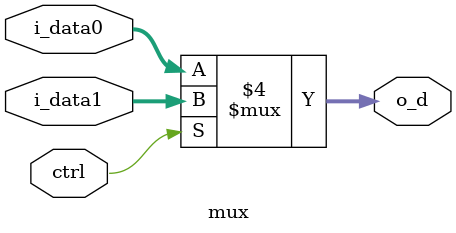
<source format=v>
`timescale 1ns / 1ps


module mux #(parameter WIDTH=12)(
input   [WIDTH-1:0] i_data0,
input   [WIDTH-1:0] i_data1,
input   ctrl,
output reg [WIDTH-1:0] o_d
);
    
    
always @(*)    
begin
    if(ctrl == 0)
        o_d = i_data0;
    else
        o_d = i_data1;
end
    
    
    
    
endmodule

</source>
